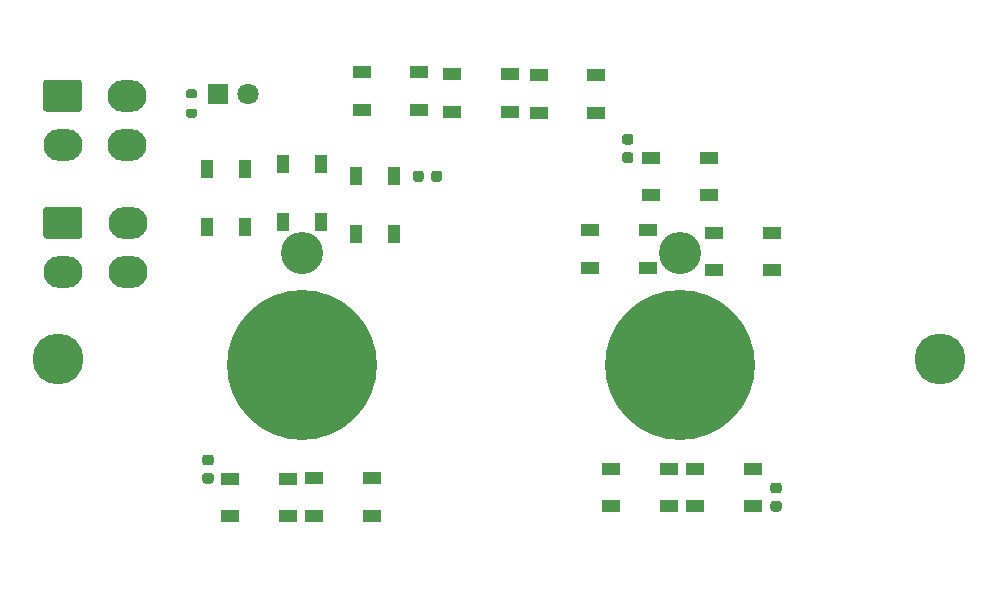
<source format=gbr>
G04 #@! TF.GenerationSoftware,KiCad,Pcbnew,(5.1.6)-1*
G04 #@! TF.CreationDate,2021-02-10T23:04:56+11:00*
G04 #@! TF.ProjectId,ANT SEL Panel PCB V2,414e5420-5345-44c2-9050-616e656c2050,rev?*
G04 #@! TF.SameCoordinates,Original*
G04 #@! TF.FileFunction,Soldermask,Top*
G04 #@! TF.FilePolarity,Negative*
%FSLAX46Y46*%
G04 Gerber Fmt 4.6, Leading zero omitted, Abs format (unit mm)*
G04 Created by KiCad (PCBNEW (5.1.6)-1) date 2021-02-10 23:04:56*
%MOMM*%
%LPD*%
G01*
G04 APERTURE LIST*
%ADD10O,3.300000X2.700000*%
%ADD11C,4.300000*%
%ADD12C,12.700000*%
%ADD13C,3.572000*%
%ADD14C,1.800000*%
%ADD15R,1.800000X1.800000*%
%ADD16R,1.500000X1.000000*%
%ADD17R,1.000000X1.500000*%
G04 APERTURE END LIST*
D10*
G04 #@! TO.C,J2*
X87930620Y-56889760D03*
X87930620Y-52689760D03*
X82430620Y-56889760D03*
G36*
G01*
X81030621Y-51339760D02*
X83830619Y-51339760D01*
G75*
G02*
X84080620Y-51589761I0J-250001D01*
G01*
X84080620Y-53789759D01*
G75*
G02*
X83830619Y-54039760I-250001J0D01*
G01*
X81030621Y-54039760D01*
G75*
G02*
X80780620Y-53789759I0J250001D01*
G01*
X80780620Y-51589761D01*
G75*
G02*
X81030621Y-51339760I250001J0D01*
G01*
G37*
G04 #@! TD*
G04 #@! TO.C,J1*
X87905220Y-46137940D03*
X87905220Y-41937940D03*
X82405220Y-46137940D03*
G36*
G01*
X81005221Y-40587940D02*
X83805219Y-40587940D01*
G75*
G02*
X84055220Y-40837941I0J-250001D01*
G01*
X84055220Y-43037939D01*
G75*
G02*
X83805219Y-43287940I-250001J0D01*
G01*
X81005221Y-43287940D01*
G75*
G02*
X80755220Y-43037939I0J250001D01*
G01*
X80755220Y-40837941D01*
G75*
G02*
X81005221Y-40587940I250001J0D01*
G01*
G37*
G04 #@! TD*
D11*
G04 #@! TO.C,1*
X82060570Y-64255673D03*
G04 #@! TD*
G04 #@! TO.C,2*
X156673070Y-64255673D03*
G04 #@! TD*
D12*
G04 #@! TO.C,4*
X102698070Y-64763673D03*
X102698070Y-64763673D03*
D13*
X102698070Y-55238673D03*
G04 #@! TD*
G04 #@! TO.C,3*
X134702070Y-55238673D03*
D12*
X134702070Y-64763673D03*
X134702070Y-64763673D03*
G04 #@! TD*
G04 #@! TO.C,R1*
G36*
G01*
X93602220Y-42170300D02*
X93052220Y-42170300D01*
G75*
G02*
X92852220Y-41970300I0J200000D01*
G01*
X92852220Y-41570300D01*
G75*
G02*
X93052220Y-41370300I200000J0D01*
G01*
X93602220Y-41370300D01*
G75*
G02*
X93802220Y-41570300I0J-200000D01*
G01*
X93802220Y-41970300D01*
G75*
G02*
X93602220Y-42170300I-200000J0D01*
G01*
G37*
G36*
G01*
X93602220Y-43820300D02*
X93052220Y-43820300D01*
G75*
G02*
X92852220Y-43620300I0J200000D01*
G01*
X92852220Y-43220300D01*
G75*
G02*
X93052220Y-43020300I200000J0D01*
G01*
X93602220Y-43020300D01*
G75*
G02*
X93802220Y-43220300I0J-200000D01*
G01*
X93802220Y-43620300D01*
G75*
G02*
X93602220Y-43820300I-200000J0D01*
G01*
G37*
G04 #@! TD*
G04 #@! TO.C,C5*
G36*
G01*
X94974220Y-73222940D02*
X94474220Y-73222940D01*
G75*
G02*
X94249220Y-72997940I0J225000D01*
G01*
X94249220Y-72547940D01*
G75*
G02*
X94474220Y-72322940I225000J0D01*
G01*
X94974220Y-72322940D01*
G75*
G02*
X95199220Y-72547940I0J-225000D01*
G01*
X95199220Y-72997940D01*
G75*
G02*
X94974220Y-73222940I-225000J0D01*
G01*
G37*
G36*
G01*
X94974220Y-74772940D02*
X94474220Y-74772940D01*
G75*
G02*
X94249220Y-74547940I0J225000D01*
G01*
X94249220Y-74097940D01*
G75*
G02*
X94474220Y-73872940I225000J0D01*
G01*
X94974220Y-73872940D01*
G75*
G02*
X95199220Y-74097940I0J-225000D01*
G01*
X95199220Y-74547940D01*
G75*
G02*
X94974220Y-74772940I-225000J0D01*
G01*
G37*
G04 #@! TD*
G04 #@! TO.C,C4*
G36*
G01*
X142566580Y-76252920D02*
X143066580Y-76252920D01*
G75*
G02*
X143291580Y-76477920I0J-225000D01*
G01*
X143291580Y-76927920D01*
G75*
G02*
X143066580Y-77152920I-225000J0D01*
G01*
X142566580Y-77152920D01*
G75*
G02*
X142341580Y-76927920I0J225000D01*
G01*
X142341580Y-76477920D01*
G75*
G02*
X142566580Y-76252920I225000J0D01*
G01*
G37*
G36*
G01*
X142566580Y-74702920D02*
X143066580Y-74702920D01*
G75*
G02*
X143291580Y-74927920I0J-225000D01*
G01*
X143291580Y-75377920D01*
G75*
G02*
X143066580Y-75602920I-225000J0D01*
G01*
X142566580Y-75602920D01*
G75*
G02*
X142341580Y-75377920I0J225000D01*
G01*
X142341580Y-74927920D01*
G75*
G02*
X142566580Y-74702920I225000J0D01*
G01*
G37*
G04 #@! TD*
G04 #@! TO.C,C3*
G36*
G01*
X130513900Y-46072880D02*
X130013900Y-46072880D01*
G75*
G02*
X129788900Y-45847880I0J225000D01*
G01*
X129788900Y-45397880D01*
G75*
G02*
X130013900Y-45172880I225000J0D01*
G01*
X130513900Y-45172880D01*
G75*
G02*
X130738900Y-45397880I0J-225000D01*
G01*
X130738900Y-45847880D01*
G75*
G02*
X130513900Y-46072880I-225000J0D01*
G01*
G37*
G36*
G01*
X130513900Y-47622880D02*
X130013900Y-47622880D01*
G75*
G02*
X129788900Y-47397880I0J225000D01*
G01*
X129788900Y-46947880D01*
G75*
G02*
X130013900Y-46722880I225000J0D01*
G01*
X130513900Y-46722880D01*
G75*
G02*
X130738900Y-46947880I0J-225000D01*
G01*
X130738900Y-47397880D01*
G75*
G02*
X130513900Y-47622880I-225000J0D01*
G01*
G37*
G04 #@! TD*
G04 #@! TO.C,C2*
G36*
G01*
X112974240Y-48495140D02*
X112974240Y-48995140D01*
G75*
G02*
X112749240Y-49220140I-225000J0D01*
G01*
X112299240Y-49220140D01*
G75*
G02*
X112074240Y-48995140I0J225000D01*
G01*
X112074240Y-48495140D01*
G75*
G02*
X112299240Y-48270140I225000J0D01*
G01*
X112749240Y-48270140D01*
G75*
G02*
X112974240Y-48495140I0J-225000D01*
G01*
G37*
G36*
G01*
X114524240Y-48495140D02*
X114524240Y-48995140D01*
G75*
G02*
X114299240Y-49220140I-225000J0D01*
G01*
X113849240Y-49220140D01*
G75*
G02*
X113624240Y-48995140I0J225000D01*
G01*
X113624240Y-48495140D01*
G75*
G02*
X113849240Y-48270140I225000J0D01*
G01*
X114299240Y-48270140D01*
G75*
G02*
X114524240Y-48495140I0J-225000D01*
G01*
G37*
G04 #@! TD*
D14*
G04 #@! TO.C,D14*
X98150000Y-41750000D03*
D15*
X95610000Y-41750000D03*
G04 #@! TD*
D16*
G04 #@! TO.C,D13*
X135941200Y-73507600D03*
X135941200Y-76707600D03*
X140841200Y-73507600D03*
X140841200Y-76707600D03*
G04 #@! TD*
G04 #@! TO.C,D12*
X128829200Y-73507600D03*
X128829200Y-76707600D03*
X133729200Y-73507600D03*
X133729200Y-76707600D03*
G04 #@! TD*
G04 #@! TO.C,D11*
X103710200Y-74320400D03*
X103710200Y-77520400D03*
X108610200Y-74320400D03*
X108610200Y-77520400D03*
G04 #@! TD*
G04 #@! TO.C,D10*
X96610200Y-74346000D03*
X96610200Y-77546000D03*
X101510200Y-74346000D03*
X101510200Y-77546000D03*
G04 #@! TD*
G04 #@! TO.C,D9*
X137605200Y-53518000D03*
X137605200Y-56718000D03*
X142505200Y-53518000D03*
X142505200Y-56718000D03*
G04 #@! TD*
G04 #@! TO.C,D8*
X132221200Y-47168000D03*
X132221200Y-50368000D03*
X137121200Y-47168000D03*
X137121200Y-50368000D03*
G04 #@! TD*
G04 #@! TO.C,D7*
X131978200Y-56489200D03*
X131978200Y-53289200D03*
X127078200Y-56489200D03*
X127078200Y-53289200D03*
G04 #@! TD*
D17*
G04 #@! TO.C,D6*
X107239200Y-53668000D03*
X110439200Y-53668000D03*
X107239200Y-48768000D03*
X110439200Y-48768000D03*
G04 #@! TD*
G04 #@! TO.C,D5*
X101092200Y-52601200D03*
X104292200Y-52601200D03*
X101092200Y-47701200D03*
X104292200Y-47701200D03*
G04 #@! TD*
G04 #@! TO.C,D4*
X94640800Y-53058400D03*
X97840800Y-53058400D03*
X94640800Y-48158400D03*
X97840800Y-48158400D03*
G04 #@! TD*
D16*
G04 #@! TO.C,D3*
X122709200Y-40182800D03*
X122709200Y-43382800D03*
X127609200Y-40182800D03*
X127609200Y-43382800D03*
G04 #@! TD*
G04 #@! TO.C,D2*
X115406200Y-40106800D03*
X115406200Y-43306800D03*
X120306200Y-40106800D03*
X120306200Y-43306800D03*
G04 #@! TD*
G04 #@! TO.C,D1*
X107723200Y-39929200D03*
X107723200Y-43129200D03*
X112623200Y-39929200D03*
X112623200Y-43129200D03*
G04 #@! TD*
M02*

</source>
